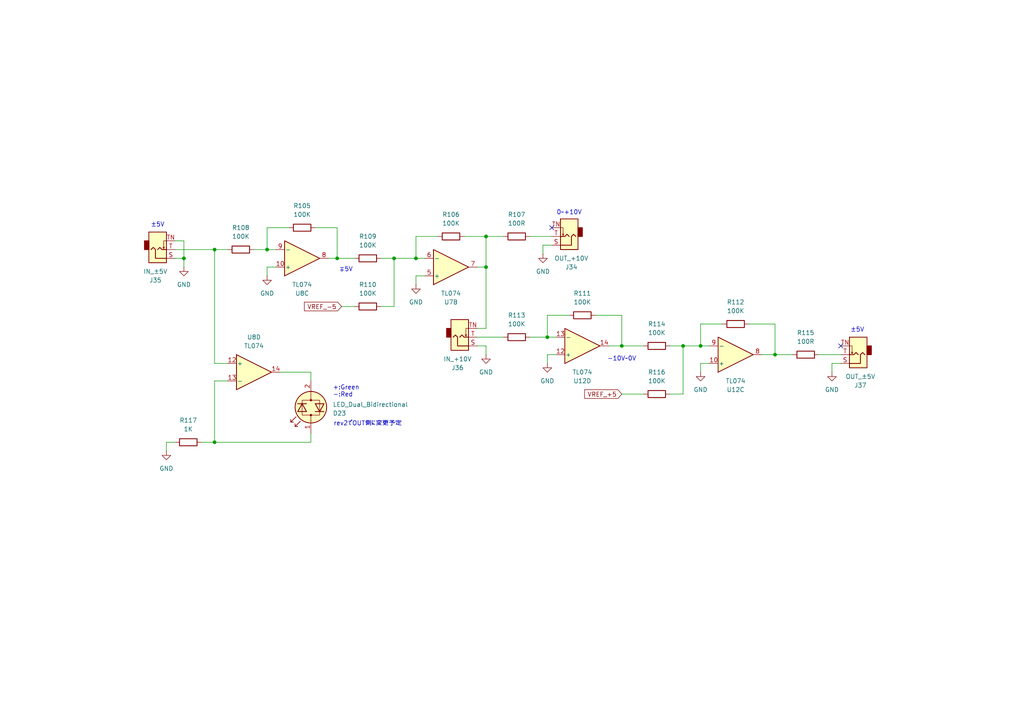
<source format=kicad_sch>
(kicad_sch (version 20231120) (generator "eeschema") (generator_version "8.0")
  (paper "A4")
  (title_block (title "±5V Offset") (date "2025-03-23") (rev "1.0") (company "StudioKAT"))
  (lib_symbols
    (symbol "Amplifier_Operational:TL074" (pin_names (offset 0.127))
      (property "Reference" "U" (at 0 5.08 0))
      (property "Value" "TL074" (at 0 -5.08 0))
      (symbol "TL074_1_1"
        (polyline (pts (xy -5.08 5.08) (xy 5.08 0) (xy -5.08 -5.08) (xy -5.08 5.08)) (stroke (width 0.254)) (fill (type background)))
        (pin output line (at 7.62 0 180) (length 2.54) (name "~") (number "1"))
        (pin input line (at -7.62 -2.54 0) (length 2.54) (name "-") (number "2"))
        (pin input line (at -7.62 2.54 0) (length 2.54) (name "+") (number "3"))
      )
      (symbol "TL074_2_1"
        (polyline (pts (xy -5.08 5.08) (xy 5.08 0) (xy -5.08 -5.08) (xy -5.08 5.08)) (stroke (width 0.254)) (fill (type background)))
        (pin input line (at -7.62 2.54 0) (length 2.54) (name "+") (number "5"))
        (pin input line (at -7.62 -2.54 0) (length 2.54) (name "-") (number "6"))
        (pin output line (at 7.62 0 180) (length 2.54) (name "~") (number "7"))
      )
      (symbol "TL074_3_1"
        (polyline (pts (xy -5.08 5.08) (xy 5.08 0) (xy -5.08 -5.08) (xy -5.08 5.08)) (stroke (width 0.254)) (fill (type background)))
        (pin input line (at -7.62 2.54 0) (length 2.54) (name "+") (number "10"))
        (pin output line (at 7.62 0 180) (length 2.54) (name "~") (number "8"))
        (pin input line (at -7.62 -2.54 0) (length 2.54) (name "-") (number "9"))
      )
      (symbol "TL074_4_1"
        (polyline (pts (xy -5.08 5.08) (xy 5.08 0) (xy -5.08 -5.08) (xy -5.08 5.08)) (stroke (width 0.254)) (fill (type background)))
        (pin input line (at -7.62 2.54 0) (length 2.54) (name "+") (number "12"))
        (pin input line (at -7.62 -2.54 0) (length 2.54) (name "-") (number "13"))
        (pin output line (at 7.62 0 180) (length 2.54) (name "~") (number "14"))
      )
      (symbol "TL074_5_1"
        (pin power_in line (at -2.54 -7.62 90) (length 3.81) (name "V-") (number "11"))
        (pin power_in line (at -2.54 7.62 270) (length 3.81) (name "V+") (number "4"))
      )
    )
    (symbol "Connector_Audio:AudioJack2_SwitchT"
      (property "Reference" "J" (at 0 8.89 0))
      (property "Value" "AudioJack2_SwitchT" (at 0 6.35 0))
      (symbol "AudioJack2_SwitchT_0_1"
        (rectangle (start -2.54 0) (end -3.81 -2.54) (stroke (width 0.254)) (fill (type outline)))
        (polyline (pts (xy 1.778 -0.254) (xy 2.032 -0.762)))
        (polyline (pts (xy 0 0) (xy 0.635 -0.635) (xy 1.27 0) (xy 2.54 0)) (stroke (width 0.254)))
        (polyline (pts (xy 2.54 -2.54) (xy 1.778 -2.54) (xy 1.778 -0.254) (xy 1.524 -0.762)))
        (polyline (pts (xy 2.54 2.54) (xy -0.635 2.54) (xy -0.635 0) (xy -1.27 -0.635) (xy -1.905 0)) (stroke (width 0.254)))
        (rectangle (start 2.54 3.81) (end -2.54 -5.08) (stroke (width 0.254)) (fill (type background)))
      )
      (symbol "AudioJack2_SwitchT_1_1"
        (pin passive line (at 5.08 2.54 180) (length 2.54) (name "~") (number "S"))
        (pin passive line (at 5.08 0 180) (length 2.54) (name "~") (number "T"))
        (pin passive line (at 5.08 -2.54 180) (length 2.54) (name "~") (number "TN"))
      )
    )
    (symbol "Device:LED_Dual_Bidirectional" (pin_names (offset 0) hide)
      (property "Reference" "D" (at 0 5.715 0))
      (property "Value" "LED_Dual_Bidirectional" (at 0 -6.35 0))
      (symbol "LED_Dual_Bidirectional_0_1"
        (circle (center -2.032 0) (radius 0.254) (fill (type outline)))
        (polyline (pts (xy -4.572 0) (xy -2.54 0)))
        (polyline (pts (xy -2.032 0) (xy -2.54 0)))
        (polyline (pts (xy -1.016 3.81) (xy -1.016 1.27)) (stroke (width 0.254)))
        (polyline (pts (xy 1.27 -1.27) (xy 1.27 -3.81)) (stroke (width 0.254)))
        (polyline (pts (xy 4.064 0) (xy 2.286 0)) (fill (type outline)))
        (polyline (pts (xy 4.318 5.842) (xy 4.318 5.08)) (stroke (width 0.2032)))
        (polyline (pts (xy 5.588 4.572) (xy 5.588 3.81)) (stroke (width 0.2032)))
        (polyline (pts (xy 2.794 4.318) (xy 4.318 5.842) (xy 3.556 5.842)) (stroke (width 0.2032)))
        (polyline (pts (xy 4.064 3.048) (xy 5.588 4.572) (xy 4.826 4.572)) (stroke (width 0.2032)))
        (polyline (pts (xy -1.016 -1.27) (xy -1.016 -3.81) (xy 1.27 -2.54) (xy -1.016 -1.27)) (stroke (width 0.254)))
        (polyline (pts (xy 1.27 3.81) (xy 1.27 1.27) (xy -1.016 2.54) (xy 1.27 3.81)) (stroke (width 0.254)))
        (polyline (pts (xy 2.286 2.54) (xy -2.032 2.54) (xy -2.032 -2.54) (xy 2.286 -2.54) (xy 2.286 2.54)))
        (circle (center 0 0) (radius 4.572) (stroke (width 0.254)) (fill (type background)))
        (circle (center 2.286 0) (radius 0.254) (fill (type outline)))
      )
      (symbol "LED_Dual_Bidirectional_1_1"
        (pin input line (at 7.62 0 180) (length 3.81) (name "KA") (number "1"))
        (pin input line (at -7.62 0 0) (length 3.048) (name "AK") (number "2"))
      )
    )
    (symbol "Device:R" (pin_numbers hide) (pin_names (offset 0))
      (property "Reference" "R" (at 2.032 0 90))
      (property "Value" "R" (at 0 0 90))
      (symbol "R_0_1"
        (rectangle (start -1.016 -2.54) (end 1.016 2.54) (stroke (width 0.254)))
      )
      (symbol "R_1_1"
        (pin passive line (at 0 3.81 270) (length 1.27) (name "~") (number "1"))
        (pin passive line (at 0 -3.81 90) (length 1.27) (name "~") (number "2"))
      )
    )
    (symbol "power:GND" (power) (pin_numbers hide) (pin_names (offset 0) hide)
      (property "Value" "GND" (at 0 -3.81 0))
      (symbol "GND_0_1"
        (polyline (pts (xy 0 0) (xy 0 -1.27) (xy 1.27 -1.27) (xy 0 -2.54) (xy -1.27 -1.27) (xy 0 -1.27)))
      )
      (symbol "GND_1_1"
        (pin power_in line (at 0 0 270) (length 0) (name "~") (number "1"))
      )
    )
  )
  (junction (at 140.97 77.47))
  (junction (at 198.12 100.33))
  (junction (at 62.23 128.27))
  (junction (at 158.75 97.79))
  (junction (at 97.79 74.93))
  (junction (at 224.79 102.87))
  (junction (at 140.97 68.58))
  (junction (at 77.47 72.39))
  (junction (at 180.34 100.33))
  (junction (at 62.23 72.39))
  (junction (at 53.34 74.93))
  (junction (at 203.2 100.33))
  (junction (at 114.3 74.93))
  (junction (at 120.65 74.93))
  (no_connect (at 160.02 66.04))
  (no_connect (at 243.84 100.33))
  (wire (pts (xy 153.67 97.79) (xy 158.75 97.79)))
  (wire (pts (xy 62.23 110.49) (xy 66.04 110.49)))
  (wire (pts (xy 48.26 130.81) (xy 48.26 128.27)))
  (wire (pts (xy 198.12 100.33) (xy 203.2 100.33)))
  (wire (pts (xy 127 68.58) (xy 120.65 68.58)))
  (wire (pts (xy 180.34 114.3) (xy 186.69 114.3)))
  (wire (pts (xy 99.06 88.9) (xy 102.87 88.9)))
  (wire (pts (xy 114.3 74.93) (xy 120.65 74.93)))
  (wire (pts (xy 114.3 88.9) (xy 114.3 74.93)))
  (wire (pts (xy 180.34 100.33) (xy 176.53 100.33)))
  (wire (pts (xy 172.72 91.44) (xy 180.34 91.44)))
  (wire (pts (xy 138.43 97.79) (xy 146.05 97.79)))
  (wire (pts (xy 58.42 128.27) (xy 62.23 128.27)))
  (wire (pts (xy 198.12 114.3) (xy 198.12 100.33)))
  (wire (pts (xy 97.79 74.93) (xy 102.87 74.93)))
  (wire (pts (xy 180.34 91.44) (xy 180.34 100.33)))
  (wire (pts (xy 83.82 66.04) (xy 77.47 66.04)))
  (wire (pts (xy 158.75 97.79) (xy 161.29 97.79)))
  (wire (pts (xy 194.31 100.33) (xy 198.12 100.33)))
  (wire (pts (xy 66.04 105.41) (xy 62.23 105.41)))
  (wire (pts (xy 203.2 100.33) (xy 205.74 100.33)))
  (wire (pts (xy 237.49 102.87) (xy 243.84 102.87)))
  (wire (pts (xy 62.23 72.39) (xy 66.04 72.39)))
  (wire (pts (xy 224.79 102.87) (xy 229.87 102.87)))
  (wire (pts (xy 209.55 93.98) (xy 203.2 93.98)))
  (wire (pts (xy 203.2 105.41) (xy 205.74 105.41)))
  (wire (pts (xy 140.97 102.87) (xy 140.97 100.33)))
  (wire (pts (xy 90.17 125.73) (xy 90.17 128.27)))
  (wire (pts (xy 241.3 105.41) (xy 243.84 105.41)))
  (wire (pts (xy 203.2 107.95) (xy 203.2 105.41)))
  (wire (pts (xy 77.47 66.04) (xy 77.47 72.39)))
  (wire (pts (xy 50.8 72.39) (xy 62.23 72.39)))
  (wire (pts (xy 224.79 93.98) (xy 224.79 102.87)))
  (wire (pts (xy 217.17 93.98) (xy 224.79 93.98)))
  (wire (pts (xy 140.97 100.33) (xy 138.43 100.33)))
  (wire (pts (xy 53.34 69.85) (xy 53.34 74.93)))
  (wire (pts (xy 53.34 74.93) (xy 50.8 74.93)))
  (wire (pts (xy 110.49 88.9) (xy 114.3 88.9)))
  (wire (pts (xy 140.97 77.47) (xy 138.43 77.47)))
  (wire (pts (xy 120.65 74.93) (xy 123.19 74.93)))
  (wire (pts (xy 138.43 95.25) (xy 140.97 95.25)))
  (wire (pts (xy 110.49 74.93) (xy 114.3 74.93)))
  (wire (pts (xy 224.79 102.87) (xy 220.98 102.87)))
  (wire (pts (xy 77.47 80.01) (xy 77.47 77.47)))
  (wire (pts (xy 77.47 77.47) (xy 80.01 77.47)))
  (wire (pts (xy 77.47 72.39) (xy 80.01 72.39)))
  (wire (pts (xy 90.17 128.27) (xy 62.23 128.27)))
  (wire (pts (xy 53.34 77.47) (xy 53.34 74.93)))
  (wire (pts (xy 97.79 66.04) (xy 97.79 74.93)))
  (wire (pts (xy 81.28 107.95) (xy 90.17 107.95)))
  (wire (pts (xy 97.79 74.93) (xy 95.25 74.93)))
  (wire (pts (xy 73.66 72.39) (xy 77.47 72.39)))
  (wire (pts (xy 140.97 68.58) (xy 146.05 68.58)))
  (wire (pts (xy 180.34 100.33) (xy 186.69 100.33)))
  (wire (pts (xy 134.62 68.58) (xy 140.97 68.58)))
  (wire (pts (xy 120.65 80.01) (xy 123.19 80.01)))
  (wire (pts (xy 158.75 102.87) (xy 161.29 102.87)))
  (wire (pts (xy 120.65 82.55) (xy 120.65 80.01)))
  (wire (pts (xy 194.31 114.3) (xy 198.12 114.3)))
  (wire (pts (xy 153.67 68.58) (xy 160.02 68.58)))
  (wire (pts (xy 203.2 93.98) (xy 203.2 100.33)))
  (wire (pts (xy 50.8 69.85) (xy 53.34 69.85)))
  (wire (pts (xy 90.17 107.95) (xy 90.17 110.49)))
  (wire (pts (xy 157.48 71.12) (xy 160.02 71.12)))
  (wire (pts (xy 62.23 105.41) (xy 62.23 72.39)))
  (wire (pts (xy 158.75 105.41) (xy 158.75 102.87)))
  (wire (pts (xy 157.48 73.66) (xy 157.48 71.12)))
  (wire (pts (xy 140.97 68.58) (xy 140.97 77.47)))
  (wire (pts (xy 241.3 107.95) (xy 241.3 105.41)))
  (wire (pts (xy 91.44 66.04) (xy 97.79 66.04)))
  (wire (pts (xy 165.1 91.44) (xy 158.75 91.44)))
  (wire (pts (xy 158.75 91.44) (xy 158.75 97.79)))
  (wire (pts (xy 62.23 110.49) (xy 62.23 128.27)))
  (wire (pts (xy 140.97 95.25) (xy 140.97 77.47)))
  (wire (pts (xy 48.26 128.27) (xy 50.8 128.27)))
  (wire (pts (xy 120.65 68.58) (xy 120.65 74.93)))
  (text "0~+10V" (at 165.1 61.722 0) (effects (font (size 1.27 1.27))))
  (text "rev2でOUT側に変更予定" (at 106.68 122.936 0) (effects (font (size 1.27 1.27))))
  (text "-10V~0V" (at 180.34 104.14 0) (effects (font (size 1.27 1.27))))
  (text "±5V" (at 45.72 65.278 0) (effects (font (size 1.27 1.27))))
  (text "±5V" (at 248.666 95.758 0) (effects (font (size 1.27 1.27))))
  (text "+:Green\n-:Red" (at 96.52 113.538 0) (effects (font (size 1.27 1.27)) (justify left)))
  (text "∓5V" (at 100.33 78.232 0) (effects (font (size 1.27 1.27))))
  (global_label "VREF_-5" (shape input) (at 99.06 88.9 180) (property "Intersheetrefs" "${INTERSHEET_REFS}" (effects (hide yes))))
  (global_label "VREF_+5" (shape input) (at 180.34 114.3 180) (property "Intersheetrefs" "${INTERSHEET_REFS}" (effects (hide yes))))
  (symbol (lib_id "Connector_Audio:AudioJack2_SwitchT") (at 248.92 102.87 180) (unit 1)
    (property "Reference" "J37" (at 249.555 111.76 0))
    (property "Value" "OUT_±5V" (at 249.555 109.22 0))
    (property "Footprint" "kat_eurorack:AudioJack_PJ301M-12" (effects (hide yes)))
    (property "Description" "Audio Jack, 2 Poles (Mono / TS), Switched T Pole (Normalling)" (effects (hide yes)))
  )
  (symbol (lib_id "Device:R") (at 130.81 68.58 90) (unit 1)
    (property "Reference" "R106" (at 130.81 62.23 90))
    (property "Value" "100K" (at 130.81 64.77 90))
    (property "Footprint" "Resistor_SMD:R_0402_1005Metric" (effects (hide yes)))
    (property "Description" "Resistor" (effects (hide yes)))
    (property "LCSC" "C25741" (effects (hide yes)))
  )
  (symbol (lib_id "power:GND") (at 140.97 102.87 0) (unit 1)
    (property "Reference" "#PWR0104" (effects (hide yes)))
    (property "Value" "GND" (at 140.97 107.95 0))
    (property "Description" "Power symbol creates a global label with name \"GND\" , ground" (effects (hide yes)))
  )
  (symbol (lib_id "Amplifier_Operational:TL074") (at 130.81 77.47 0) (mirror x) (unit 2)
    (property "Reference" "U7" (at 130.81 87.63 0))
    (property "Value" "TL074" (at 130.81 85.09 0))
    (property "Footprint" "Package_SO:TSSOP-14_4.4x5mm_P0.65mm" (effects (hide yes)))
    (property "Datasheet" "http://www.ti.com/lit/ds/symlink/tl071.pdf" (effects (hide yes)))
    (property "Description" "Quad Low-Noise JFET-Input Operational Amplifiers, DIP-14/SOIC-14" (effects (hide yes)))
    (property "LCSC" "C4370424" (effects (hide yes)))
  )
  (symbol (lib_id "Amplifier_Operational:TL074") (at 168.91 100.33 0) (mirror x) (unit 4)
    (property "Reference" "U12" (at 168.91 110.49 0))
    (property "Value" "TL074" (at 168.91 107.95 0))
    (property "Footprint" "Package_SO:TSSOP-14_4.4x5mm_P0.65mm" (effects (hide yes)))
    (property "Datasheet" "http://www.ti.com/lit/ds/symlink/tl071.pdf" (effects (hide yes)))
    (property "Description" "Quad Low-Noise JFET-Input Operational Amplifiers, DIP-14/SOIC-14" (effects (hide yes)))
    (property "LCSC" "C4370424" (effects (hide yes)))
  )
  (symbol (lib_id "Device:R") (at 213.36 93.98 90) (unit 1)
    (property "Reference" "R112" (at 213.36 87.63 90))
    (property "Value" "100K" (at 213.36 90.17 90))
    (property "Footprint" "Resistor_SMD:R_0402_1005Metric" (effects (hide yes)))
    (property "Description" "Resistor" (effects (hide yes)))
    (property "LCSC" "C25741" (effects (hide yes)))
  )
  (symbol (lib_id "Amplifier_Operational:TL074") (at 73.66 107.95 0) (unit 4)
    (property "Reference" "U8" (at 73.66 97.79 0))
    (property "Value" "TL074" (at 73.66 100.33 0))
    (property "Footprint" "Package_SO:TSSOP-14_4.4x5mm_P0.65mm" (effects (hide yes)))
    (property "Datasheet" "http://www.ti.com/lit/ds/symlink/tl071.pdf" (effects (hide yes)))
    (property "Description" "Quad Low-Noise JFET-Input Operational Amplifiers, DIP-14/SOIC-14" (effects (hide yes)))
    (property "LCSC" "C4370424" (effects (hide yes)))
  )
  (symbol (lib_id "Device:R") (at 106.68 74.93 90) (unit 1)
    (property "Reference" "R109" (at 106.68 68.58 90))
    (property "Value" "100K" (at 106.68 71.12 90))
    (property "Footprint" "Resistor_SMD:R_0402_1005Metric" (effects (hide yes)))
    (property "Description" "Resistor" (effects (hide yes)))
    (property "LCSC" "C25741" (effects (hide yes)))
  )
  (symbol (lib_id "power:GND") (at 53.34 77.47 0) (unit 1)
    (property "Reference" "#PWR0101" (effects (hide yes)))
    (property "Value" "GND" (at 53.34 82.55 0))
    (property "Description" "Power symbol creates a global label with name \"GND\" , ground" (effects (hide yes)))
  )
  (symbol (lib_id "power:GND") (at 203.2 107.95 0) (unit 1)
    (property "Reference" "#PWR0106" (effects (hide yes)))
    (property "Value" "GND" (at 203.2 113.03 0))
    (property "Description" "Power symbol creates a global label with name \"GND\" , ground" (effects (hide yes)))
  )
  (symbol (lib_id "power:GND") (at 77.47 80.01 0) (unit 1)
    (property "Reference" "#PWR0102" (effects (hide yes)))
    (property "Value" "GND" (at 77.47 85.09 0))
    (property "Description" "Power symbol creates a global label with name \"GND\" , ground" (effects (hide yes)))
  )
  (symbol (lib_id "Device:R") (at 54.61 128.27 90) (unit 1)
    (property "Reference" "R117" (at 54.61 121.92 90))
    (property "Value" "1K" (at 54.61 124.46 90))
    (property "Footprint" "Resistor_SMD:R_0402_1005Metric" (effects (hide yes)))
    (property "Description" "Resistor" (effects (hide yes)))
    (property "LCSC" "C11702" (effects (hide yes)))
  )
  (symbol (lib_id "Device:R") (at 190.5 114.3 90) (unit 1)
    (property "Reference" "R116" (at 190.5 107.95 90))
    (property "Value" "100K" (at 190.5 110.49 90))
    (property "Footprint" "Resistor_SMD:R_0402_1005Metric" (effects (hide yes)))
    (property "Description" "Resistor" (effects (hide yes)))
    (property "LCSC" "C25741" (effects (hide yes)))
  )
  (symbol (lib_id "Device:R") (at 69.85 72.39 90) (unit 1)
    (property "Reference" "R108" (at 69.85 66.04 90))
    (property "Value" "100K" (at 69.85 68.58 90))
    (property "Footprint" "Resistor_SMD:R_0402_1005Metric" (effects (hide yes)))
    (property "Description" "Resistor" (effects (hide yes)))
    (property "LCSC" "C25741" (effects (hide yes)))
  )
  (symbol (lib_id "Device:R") (at 233.68 102.87 90) (unit 1)
    (property "Reference" "R115" (at 233.68 96.52 90))
    (property "Value" "100R" (at 233.68 99.06 90))
    (property "Footprint" "Resistor_SMD:R_0402_1005Metric" (effects (hide yes)))
    (property "Description" "Resistor" (effects (hide yes)))
    (property "LCSC" "C25076" (effects (hide yes)))
  )
  (symbol (lib_id "Connector_Audio:AudioJack2_SwitchT") (at 133.35 97.79 0) (mirror x) (unit 1)
    (property "Reference" "J36" (at 132.715 106.68 0))
    (property "Value" "IN_+10V" (at 132.715 104.14 0))
    (property "Footprint" "kat_eurorack:AudioJack_PJ301M-12" (effects (hide yes)))
    (property "Description" "Audio Jack, 2 Poles (Mono / TS), Switched T Pole (Normalling)" (effects (hide yes)))
  )
  (symbol (lib_id "power:GND") (at 157.48 73.66 0) (mirror y) (unit 1)
    (property "Reference" "#PWR0100" (effects (hide yes)))
    (property "Value" "GND" (at 157.48 78.74 0))
    (property "Description" "Power symbol creates a global label with name \"GND\" , ground" (effects (hide yes)))
  )
  (symbol (lib_id "power:GND") (at 120.65 82.55 0) (unit 1)
    (property "Reference" "#PWR0103" (effects (hide yes)))
    (property "Value" "GND" (at 120.65 87.63 0))
    (property "Description" "Power symbol creates a global label with name \"GND\" , ground" (effects (hide yes)))
  )
  (symbol (lib_id "Amplifier_Operational:TL074") (at 213.36 102.87 0) (mirror x) (unit 3)
    (property "Reference" "U12" (at 213.36 113.03 0))
    (property "Value" "TL074" (at 213.36 110.49 0))
    (property "Footprint" "Package_SO:TSSOP-14_4.4x5mm_P0.65mm" (effects (hide yes)))
    (property "Datasheet" "http://www.ti.com/lit/ds/symlink/tl071.pdf" (effects (hide yes)))
    (property "Description" "Quad Low-Noise JFET-Input Operational Amplifiers, DIP-14/SOIC-14" (effects (hide yes)))
    (property "LCSC" "C4370424" (effects (hide yes)))
  )
  (symbol (lib_id "Connector_Audio:AudioJack2_SwitchT") (at 45.72 72.39 0) (mirror x) (unit 1)
    (property "Reference" "J35" (at 45.085 81.28 0))
    (property "Value" "IN_±5V" (at 45.085 78.74 0))
    (property "Footprint" "kat_eurorack:AudioJack_PJ301M-12" (effects (hide yes)))
    (property "Description" "Audio Jack, 2 Poles (Mono / TS), Switched T Pole (Normalling)" (effects (hide yes)))
  )
  (symbol (lib_id "Amplifier_Operational:TL074") (at 87.63 74.93 0) (mirror x) (unit 3)
    (property "Reference" "U8" (at 87.63 85.09 0))
    (property "Value" "TL074" (at 87.63 82.55 0))
    (property "Footprint" "Package_SO:TSSOP-14_4.4x5mm_P0.65mm" (effects (hide yes)))
    (property "Datasheet" "http://www.ti.com/lit/ds/symlink/tl071.pdf" (effects (hide yes)))
    (property "Description" "Quad Low-Noise JFET-Input Operational Amplifiers, DIP-14/SOIC-14" (effects (hide yes)))
    (property "LCSC" "C4370424" (effects (hide yes)))
  )
  (symbol (lib_id "Device:R") (at 87.63 66.04 90) (unit 1)
    (property "Reference" "R105" (at 87.63 59.69 90))
    (property "Value" "100K" (at 87.63 62.23 90))
    (property "Footprint" "Resistor_SMD:R_0402_1005Metric" (effects (hide yes)))
    (property "Description" "Resistor" (effects (hide yes)))
    (property "LCSC" "C25741" (effects (hide yes)))
  )
  (symbol (lib_id "Device:R") (at 106.68 88.9 90) (unit 1)
    (property "Reference" "R110" (at 106.68 82.55 90))
    (property "Value" "100K" (at 106.68 85.09 90))
    (property "Footprint" "Resistor_SMD:R_0402_1005Metric" (effects (hide yes)))
    (property "Description" "Resistor" (effects (hide yes)))
    (property "LCSC" "C25741" (effects (hide yes)))
  )
  (symbol (lib_id "Device:LED_Dual_Bidirectional") (at 90.17 118.11 90) (mirror x) (unit 1)
    (property "Reference" "D23" (at 96.52 119.8754 90) (effects (justify right)))
    (property "Value" "LED_Dual_Bidirectional" (at 96.52 117.3354 90) (effects (justify right)))
    (property "Footprint" "LED_THT:LED_D3.0mm" (effects (hide yes)))
    (property "Description" "Dual LED, bidirectional" (effects (hide yes)))
  )
  (symbol (lib_id "Device:R") (at 149.86 68.58 90) (unit 1)
    (property "Reference" "R107" (at 149.86 62.23 90))
    (property "Value" "100R" (at 149.86 64.77 90))
    (property "Footprint" "Resistor_SMD:R_0402_1005Metric" (effects (hide yes)))
    (property "Description" "Resistor" (effects (hide yes)))
    (property "LCSC" "C25076" (effects (hide yes)))
  )
  (symbol (lib_id "Device:R") (at 190.5 100.33 90) (unit 1)
    (property "Reference" "R114" (at 190.5 93.98 90))
    (property "Value" "100K" (at 190.5 96.52 90))
    (property "Footprint" "Resistor_SMD:R_0402_1005Metric" (effects (hide yes)))
    (property "Description" "Resistor" (effects (hide yes)))
    (property "LCSC" "C25741" (effects (hide yes)))
  )
  (symbol (lib_id "power:GND") (at 48.26 130.81 0) (unit 1)
    (property "Reference" "#PWR0108" (effects (hide yes)))
    (property "Value" "GND" (at 48.26 135.89 0))
    (property "Description" "Power symbol creates a global label with name \"GND\" , ground" (effects (hide yes)))
  )
  (symbol (lib_id "Device:R") (at 168.91 91.44 90) (unit 1)
    (property "Reference" "R111" (at 168.91 85.09 90))
    (property "Value" "100K" (at 168.91 87.63 90))
    (property "Footprint" "Resistor_SMD:R_0402_1005Metric" (effects (hide yes)))
    (property "Description" "Resistor" (effects (hide yes)))
    (property "LCSC" "C25741" (effects (hide yes)))
  )
  (symbol (lib_id "power:GND") (at 158.75 105.41 0) (unit 1)
    (property "Reference" "#PWR0105" (effects (hide yes)))
    (property "Value" "GND" (at 158.75 110.49 0))
    (property "Description" "Power symbol creates a global label with name \"GND\" , ground" (effects (hide yes)))
  )
  (symbol (lib_id "Device:R") (at 149.86 97.79 90) (unit 1)
    (property "Reference" "R113" (at 149.86 91.44 90))
    (property "Value" "100K" (at 149.86 93.98 90))
    (property "Footprint" "Resistor_SMD:R_0402_1005Metric" (effects (hide yes)))
    (property "Description" "Resistor" (effects (hide yes)))
    (property "LCSC" "C25741" (effects (hide yes)))
  )
  (symbol (lib_id "Connector_Audio:AudioJack2_SwitchT") (at 165.1 68.58 180) (unit 1)
    (property "Reference" "J34" (at 165.735 77.47 0))
    (property "Value" "OUT_+10V" (at 165.735 74.93 0))
    (property "Footprint" "kat_eurorack:AudioJack_PJ301M-12" (effects (hide yes)))
    (property "Description" "Audio Jack, 2 Poles (Mono / TS), Switched T Pole (Normalling)" (effects (hide yes)))
  )
  (symbol (lib_id "power:GND") (at 241.3 107.95 0) (mirror y) (unit 1)
    (property "Reference" "#PWR0107" (effects (hide yes)))
    (property "Value" "GND" (at 241.3 113.03 0))
    (property "Description" "Power symbol creates a global label with name \"GND\" , ground" (effects (hide yes)))
  )
)
</source>
